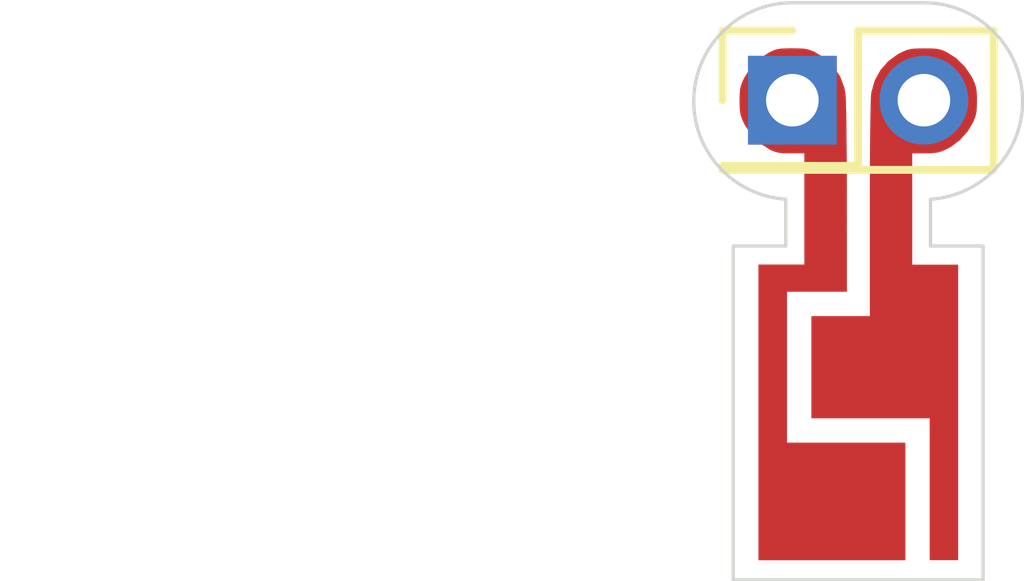
<source format=kicad_pcb>
(kicad_pcb (version 20171130) (host pcbnew "(5.1.10)-1")

  (general
    (thickness 1.6)
    (drawings 16)
    (tracks 0)
    (zones 0)
    (modules 2)
    (nets 3)
  )

  (page A4)
  (layers
    (0 F.Cu signal)
    (31 B.Cu signal hide)
    (32 B.Adhes user hide)
    (33 F.Adhes user hide)
    (34 B.Paste user hide)
    (35 F.Paste user hide)
    (36 B.SilkS user hide)
    (37 F.SilkS user hide)
    (38 B.Mask user hide)
    (39 F.Mask user)
    (40 Dwgs.User user hide)
    (41 Cmts.User user hide)
    (42 Eco1.User user hide)
    (43 Eco2.User user hide)
    (44 Edge.Cuts user)
    (45 Margin user hide)
    (46 B.CrtYd user hide)
    (47 F.CrtYd user hide)
    (48 B.Fab user hide)
    (49 F.Fab user hide)
  )

  (setup
    (last_trace_width 0.25)
    (trace_clearance 0.2)
    (zone_clearance 0.508)
    (zone_45_only no)
    (trace_min 0.2)
    (via_size 0.8)
    (via_drill 0.4)
    (via_min_size 0.4)
    (via_min_drill 0.3)
    (uvia_size 0.3)
    (uvia_drill 0.1)
    (uvias_allowed no)
    (uvia_min_size 0.2)
    (uvia_min_drill 0.1)
    (edge_width 0.05)
    (segment_width 0.2)
    (pcb_text_width 0.3)
    (pcb_text_size 1.5 1.5)
    (mod_edge_width 0.12)
    (mod_text_size 1 1)
    (mod_text_width 0.15)
    (pad_size 1.524 1.524)
    (pad_drill 0.762)
    (pad_to_mask_clearance 0)
    (aux_axis_origin 0 0)
    (visible_elements 7FFFFFFF)
    (pcbplotparams
      (layerselection 0x01080_7fffffff)
      (usegerberextensions false)
      (usegerberattributes true)
      (usegerberadvancedattributes true)
      (creategerberjobfile true)
      (excludeedgelayer true)
      (linewidth 0.100000)
      (plotframeref false)
      (viasonmask false)
      (mode 1)
      (useauxorigin false)
      (hpglpennumber 1)
      (hpglpenspeed 20)
      (hpglpendiameter 15.000000)
      (psnegative false)
      (psa4output false)
      (plotreference true)
      (plotvalue true)
      (plotinvisibletext false)
      (padsonsilk false)
      (subtractmaskfromsilk false)
      (outputformat 1)
      (mirror false)
      (drillshape 0)
      (scaleselection 1)
      (outputdirectory "output/"))
  )

  (net 0 "")
  (net 1 "Net-(J1-Pad1)")
  (net 2 "Net-(J1-Pad2)")

  (net_class Default "This is the default net class."
    (clearance 0.2)
    (trace_width 0.25)
    (via_dia 0.8)
    (via_drill 0.4)
    (uvia_dia 0.3)
    (uvia_drill 0.1)
    (add_net "Net-(J1-Pad1)")
    (add_net "Net-(J1-Pad2)")
  )

  (module SensitivePressure:PressurePrint (layer F.Cu) (tedit 61B8D285) (tstamp 619F1864)
    (at 180.8 119.7)
    (path /619F9066)
    (fp_text reference J2 (at 0.24 -9.24) (layer F.SilkS) hide
      (effects (font (size 1.27 1.27) (thickness 0.15)))
    )
    (fp_text value Conn_01x02 (at 0.41 1.84) (layer F.SilkS) hide
      (effects (font (size 1.27 1.27) (thickness 0.15)))
    )
    (fp_poly (pts (xy -0.896845 -7.78285) (xy -0.820377 -7.777749) (xy -0.760656 -7.766678) (xy -0.704905 -7.747538)
      (xy -0.66046 -7.727772) (xy -0.503931 -7.631867) (xy -0.375041 -7.506011) (xy -0.27743 -7.355124)
      (xy -0.214743 -7.184132) (xy -0.199251 -7.10441) (xy -0.195279 -7.05538) (xy -0.1916 -6.967231)
      (xy -0.188259 -6.843176) (xy -0.185299 -6.686428) (xy -0.182765 -6.500199) (xy -0.180699 -6.287704)
      (xy -0.179146 -6.052154) (xy -0.17815 -5.796764) (xy -0.177753 -5.524747) (xy -0.177753 -5.524542)
      (xy -0.177333 -4.0905) (xy -1.0875 -4.0905) (xy -1.0875 -1.783333) (xy 0.711667 -1.783333)
      (xy 0.711667 -0.005333) (xy -1.510833 -0.005333) (xy -1.510833 -4.492667) (xy -0.812333 -4.492667)
      (xy -0.812383 -6.196583) (xy -1.018733 -6.196881) (xy -1.121056 -6.198472) (xy -1.194784 -6.204524)
      (xy -1.253605 -6.217486) (xy -1.311209 -6.239805) (xy -1.343085 -6.254873) (xy -1.486709 -6.346809)
      (xy -1.613207 -6.470242) (xy -1.712566 -6.614935) (xy -1.731251 -6.651667) (xy -1.762842 -6.722586)
      (xy -1.782277 -6.7826) (xy -1.792435 -6.846636) (xy -1.796197 -6.929624) (xy -1.796583 -6.990333)
      (xy -1.795192 -7.090244) (xy -1.789043 -7.162951) (xy -1.775172 -7.223547) (xy -1.750616 -7.287125)
      (xy -1.729154 -7.333758) (xy -1.631819 -7.491649) (xy -1.50373 -7.623057) (xy -1.350049 -7.722713)
      (xy -1.346088 -7.724671) (xy -1.286308 -7.752017) (xy -1.233105 -7.769445) (xy -1.173857 -7.77914)
      (xy -1.095938 -7.783287) (xy -1.002833 -7.784083) (xy -0.896845 -7.78285)) (layer F.Cu) (width 0.01))
    (fp_poly (pts (xy -0.861739 -7.430573) (xy -0.745173 -7.375591) (xy -0.648387 -7.285819) (xy -0.59007 -7.193284)
      (xy -0.545469 -7.060046) (xy -0.543127 -6.92848) (xy -0.583077 -6.797824) (xy -0.608009 -6.750538)
      (xy -0.687759 -6.654042) (xy -0.793584 -6.583131) (xy -0.915221 -6.541671) (xy -1.042405 -6.533532)
      (xy -1.135581 -6.551725) (xy -1.254009 -6.609092) (xy -1.344757 -6.691094) (xy -1.40784 -6.791117)
      (xy -1.443276 -6.902547) (xy -1.451081 -7.018769) (xy -1.431271 -7.133172) (xy -1.383864 -7.239141)
      (xy -1.308875 -7.330062) (xy -1.206322 -7.399322) (xy -1.133388 -7.427204) (xy -0.99288 -7.448525)
      (xy -0.861739 -7.430573)) (layer Dwgs.User) (width 0.01))
    (fp_poly (pts (xy 1.064534 -7.446215) (xy 1.187004 -7.411262) (xy 1.292115 -7.345998) (xy 1.381246 -7.250044)
      (xy 1.433869 -7.136954) (xy 1.452415 -7.001334) (xy 1.4525 -6.990333) (xy 1.436389 -6.852935)
      (xy 1.386404 -6.738439) (xy 1.300061 -6.641349) (xy 1.29181 -6.634417) (xy 1.176998 -6.565145)
      (xy 1.049595 -6.532078) (xy 0.919334 -6.53702) (xy 0.857401 -6.553869) (xy 0.735805 -6.617851)
      (xy 0.640834 -6.709517) (xy 0.575978 -6.821825) (xy 0.544729 -6.947736) (xy 0.550576 -7.08021)
      (xy 0.566423 -7.140633) (xy 0.626278 -7.258852) (xy 0.713377 -7.350603) (xy 0.82036 -7.413802)
      (xy 0.939865 -7.446367) (xy 1.064534 -7.446215)) (layer Dwgs.User) (width 0.01))
    (fp_poly (pts (xy -0.896845 -7.78285) (xy -0.820377 -7.777749) (xy -0.760656 -7.766678) (xy -0.704905 -7.747538)
      (xy -0.66046 -7.727772) (xy -0.503931 -7.631867) (xy -0.375041 -7.506011) (xy -0.27743 -7.355124)
      (xy -0.214743 -7.184132) (xy -0.199251 -7.10441) (xy -0.195279 -7.05538) (xy -0.1916 -6.967231)
      (xy -0.188259 -6.843176) (xy -0.185299 -6.686428) (xy -0.182765 -6.500199) (xy -0.180699 -6.287704)
      (xy -0.179146 -6.052154) (xy -0.17815 -5.796764) (xy -0.177753 -5.524747) (xy -0.177753 -5.524542)
      (xy -0.177333 -4.0905) (xy -1.0875 -4.0905) (xy -1.0875 -1.783333) (xy 0.711667 -1.783333)
      (xy 0.711667 -0.005333) (xy -1.510833 -0.005333) (xy -1.510833 -4.492667) (xy -0.812333 -4.492667)
      (xy -0.812383 -6.196583) (xy -1.018733 -6.196881) (xy -1.121056 -6.198472) (xy -1.194784 -6.204524)
      (xy -1.253605 -6.217486) (xy -1.311209 -6.239805) (xy -1.343085 -6.254873) (xy -1.486709 -6.346809)
      (xy -1.613207 -6.470242) (xy -1.712566 -6.614935) (xy -1.731251 -6.651667) (xy -1.762842 -6.722586)
      (xy -1.782277 -6.7826) (xy -1.792435 -6.846636) (xy -1.796197 -6.929624) (xy -1.796583 -6.990333)
      (xy -1.795192 -7.090244) (xy -1.789043 -7.162951) (xy -1.775172 -7.223547) (xy -1.750616 -7.287125)
      (xy -1.729154 -7.333758) (xy -1.631819 -7.491649) (xy -1.50373 -7.623057) (xy -1.350049 -7.722713)
      (xy -1.346088 -7.724671) (xy -1.286308 -7.752017) (xy -1.233105 -7.769445) (xy -1.173857 -7.77914)
      (xy -1.095938 -7.783287) (xy -1.002833 -7.784083) (xy -0.896845 -7.78285)) (layer F.Cu) (width 0.01))
    (fp_poly (pts (xy 1.112883 -7.782954) (xy 1.187974 -7.778148) (xy 1.245788 -7.767543) (xy 1.298838 -7.749014)
      (xy 1.347476 -7.726459) (xy 1.489059 -7.63544) (xy 1.614908 -7.512964) (xy 1.714742 -7.369551)
      (xy 1.735715 -7.329) (xy 1.767542 -7.258493) (xy 1.787138 -7.199194) (xy 1.797384 -7.136265)
      (xy 1.801166 -7.054866) (xy 1.801531 -6.990333) (xy 1.799781 -6.888076) (xy 1.79302 -6.813358)
      (xy 1.77859 -6.751451) (xy 1.75383 -6.687627) (xy 1.742297 -6.66225) (xy 1.658009 -6.523535)
      (xy 1.544168 -6.397732) (xy 1.41232 -6.296444) (xy 1.338297 -6.256301) (xy 1.268137 -6.226551)
      (xy 1.205716 -6.208578) (xy 1.135681 -6.19956) (xy 1.042679 -6.196676) (xy 1.013292 -6.196583)
      (xy 0.8175 -6.196583) (xy 0.8175 -4.492667) (xy 1.516 -4.492667) (xy 1.516 -0.005333)
      (xy 1.092667 -0.005333) (xy 1.092667 -2.164333) (xy -0.7065 -2.164333) (xy -0.7065 -3.7095)
      (xy 0.1825 -3.7095) (xy 0.18266 -5.344625) (xy 0.182996 -5.679821) (xy 0.183924 -5.983799)
      (xy 0.185427 -6.255152) (xy 0.187486 -6.492472) (xy 0.190084 -6.694354) (xy 0.193202 -6.859391)
      (xy 0.196824 -6.986175) (xy 0.200932 -7.0733) (xy 0.205026 -7.116622) (xy 0.254293 -7.292758)
      (xy 0.339952 -7.451638) (xy 0.457823 -7.587713) (xy 0.603724 -7.695435) (xy 0.665626 -7.727772)
      (xy 0.726358 -7.753959) (xy 0.78194 -7.770577) (xy 0.845147 -7.779725) (xy 0.928754 -7.783506)
      (xy 1.008 -7.784083) (xy 1.112883 -7.782954)) (layer F.Cu) (width 0.01))
    (fp_poly (pts (xy 1.51638 -0.00508) (xy 1.0922 -0.00508) (xy 1.08966 -2.16154) (xy -0.70612 -2.16408)
      (xy -0.70612 -3.7084) (xy 0.18288 -3.7084) (xy 0.18288 -4.49326) (xy 1.51638 -4.49326)) (layer F.Mask) (width 0.1))
    (fp_poly (pts (xy -0.1778 -4.09194) (xy -1.08712 -4.09194) (xy -1.08712 -1.78308) (xy 0.7112 -1.78308)
      (xy 0.7112 -0.00508) (xy -1.5113 -0.00508) (xy -1.5113 -4.49326) (xy -0.1778 -4.49326)) (layer F.Mask) (width 0.1))
    (pad 2 smd circle (at 1.01 -6.986) (size 1.524 1.524) (layers F.Cu F.Paste F.Mask)
      (net 2 "Net-(J1-Pad2)"))
    (pad 1 smd circle (at -1.02 -6.986) (size 1.524 1.524) (layers F.Cu F.Paste F.Mask)
      (net 1 "Net-(J1-Pad1)"))
  )

  (module Connector_PinHeader_2.00mm:PinHeader_2x01_P2.00mm_Vertical (layer F.Cu) (tedit 59FED667) (tstamp 6160C1D9)
    (at 179.8 112.7)
    (descr "Through hole straight pin header, 2x01, 2.00mm pitch, double rows")
    (tags "Through hole pin header THT 2x01 2.00mm double row")
    (path /6160674E)
    (fp_text reference J1 (at 1 -2.06) (layer F.SilkS)
      (effects (font (size 1 1) (thickness 0.15)))
    )
    (fp_text value Conn_01x02 (at -8.3 -1.2) (layer F.Fab)
      (effects (font (size 1 1) (thickness 0.15)))
    )
    (fp_line (start 3.5 -1.5) (end -1.5 -1.5) (layer F.CrtYd) (width 0.05))
    (fp_line (start 3.5 1.5) (end 3.5 -1.5) (layer F.CrtYd) (width 0.05))
    (fp_line (start -1.5 1.5) (end 3.5 1.5) (layer F.CrtYd) (width 0.05))
    (fp_line (start -1.5 -1.5) (end -1.5 1.5) (layer F.CrtYd) (width 0.05))
    (fp_line (start -1.06 -1.06) (end 0 -1.06) (layer F.SilkS) (width 0.12))
    (fp_line (start -1.06 0) (end -1.06 -1.06) (layer F.SilkS) (width 0.12))
    (fp_line (start 1 -1.06) (end 3.06 -1.06) (layer F.SilkS) (width 0.12))
    (fp_line (start 1 1) (end 1 -1.06) (layer F.SilkS) (width 0.12))
    (fp_line (start -1.06 1) (end 1 1) (layer F.SilkS) (width 0.12))
    (fp_line (start 3.06 -1.06) (end 3.06 1.06) (layer F.SilkS) (width 0.12))
    (fp_line (start -1.06 1) (end -1.06 1.06) (layer F.SilkS) (width 0.12))
    (fp_line (start -1.06 1.06) (end 3.06 1.06) (layer F.SilkS) (width 0.12))
    (fp_line (start -1 0) (end 0 -1) (layer F.Fab) (width 0.1))
    (fp_line (start -1 1) (end -1 0) (layer F.Fab) (width 0.1))
    (fp_line (start 3 1) (end -1 1) (layer F.Fab) (width 0.1))
    (fp_line (start 3 -1) (end 3 1) (layer F.Fab) (width 0.1))
    (fp_line (start 0 -1) (end 3 -1) (layer F.Fab) (width 0.1))
    (fp_text user %R (at -11.2 1.9 90) (layer F.Fab)
      (effects (font (size 1 1) (thickness 0.15)))
    )
    (pad 1 thru_hole rect (at 0 0) (size 1.35 1.35) (drill 0.8) (layers *.Cu *.Mask)
      (net 1 "Net-(J1-Pad1)"))
    (pad 2 thru_hole oval (at 2 0) (size 1.35 1.35) (drill 0.8) (layers *.Cu *.Mask)
      (net 2 "Net-(J1-Pad2)"))
    (model ${KISYS3DMOD}/Connector_PinHeader_2.00mm.3dshapes/PinHeader_2x01_P2.00mm_Vertical.wrl
      (at (xyz 0 0 0))
      (scale (xyz 1 1 1))
      (rotate (xyz 0 0 0))
    )
  )

  (dimension 5.080988 (width 0.15) (layer Dwgs.User)
    (gr_text "5,081 mm" (at 174.3 117.459506 90) (layer Dwgs.User)
      (effects (font (size 1 1) (thickness 0.15)))
    )
    (feature1 (pts (xy 178.9 114.919012) (xy 175.013579 114.919012)))
    (feature2 (pts (xy 178.9 120) (xy 175.013579 120)))
    (crossbar (pts (xy 175.6 120) (xy 175.6 114.919012)))
    (arrow1a (pts (xy 175.6 114.919012) (xy 176.186421 116.045516)))
    (arrow1b (pts (xy 175.6 114.919012) (xy 175.013579 116.045516)))
    (arrow2a (pts (xy 175.6 120) (xy 176.186421 118.873496)))
    (arrow2b (pts (xy 175.6 120) (xy 175.013579 118.873496)))
  )
  (dimension 3.799992 (width 0.15) (layer Dwgs.User)
    (gr_text "3,800 mm" (at 180.799996 126.1) (layer Dwgs.User)
      (effects (font (size 1 1) (thickness 0.15)))
    )
    (feature1 (pts (xy 182.699992 120) (xy 182.699992 125.386421)))
    (feature2 (pts (xy 178.9 120) (xy 178.9 125.386421)))
    (crossbar (pts (xy 178.9 124.8) (xy 182.699992 124.8)))
    (arrow1a (pts (xy 182.699992 124.8) (xy 181.573488 125.386421)))
    (arrow1b (pts (xy 182.699992 124.8) (xy 181.573488 124.213579)))
    (arrow2a (pts (xy 178.9 124.8) (xy 180.026504 125.386421)))
    (arrow2b (pts (xy 178.9 124.8) (xy 180.026504 124.213579)))
  )
  (gr_curve (pts (xy 183.300256 112.717284) (xy 183.300256 111.888892) (xy 182.628708 111.217308) (xy 181.800244 111.217308)) (layer Edge.Cuts) (width 0.05) (tstamp 619E80B1))
  (gr_curve (pts (xy 183.300256 112.71732) (xy 183.300256 112.71732) (xy 183.300256 112.717284) (xy 183.300256 112.717284)) (layer Edge.Cuts) (width 0.05) (tstamp 619E80AE))
  (gr_curve (pts (xy 181.899975 114.207277) (xy 182.681025 114.154995) (xy 183.300256 113.511563) (xy 183.300256 112.71732)) (layer Edge.Cuts) (width 0.05) (tstamp 619E80B4))
  (gr_curve (pts (xy 181.899975 114.919012) (xy 181.899975 114.919012) (xy 181.899975 114.207277) (xy 181.899975 114.207277)) (layer Edge.Cuts) (width 0.05) (tstamp 61644174))
  (gr_curve (pts (xy 182.699992 114.919012) (xy 182.599992 114.919012) (xy 181.899975 114.919012) (xy 181.899975 114.919012)) (layer Edge.Cuts) (width 0.05) (tstamp 61644177))
  (gr_curve (pts (xy 182.699992 120) (xy 182.699992 120) (xy 182.699992 114.919012) (xy 182.699992 114.919012)) (layer Edge.Cuts) (width 0.05) (tstamp 616441E9))
  (gr_curve (pts (xy 178.9 120) (xy 179 120) (xy 182.699992 120) (xy 182.699992 120)) (layer Edge.Cuts) (width 0.05) (tstamp 6164416E))
  (gr_curve (pts (xy 178.9 114.919012) (xy 178.9 114.919012) (xy 178.9 120) (xy 178.9 120)) (layer Edge.Cuts) (width 0.05) (tstamp 61644171))
  (gr_curve (pts (xy 179.699982 114.919012) (xy 179.699982 114.919012) (xy 178.9 114.919012) (xy 178.9 114.919012)) (layer Edge.Cuts) (width 0.05) (tstamp 616441E6))
  (gr_curve (pts (xy 179.699982 114.207206) (xy 179.699982 114.207206) (xy 179.699982 114.919012) (xy 179.699982 114.919012)) (layer Edge.Cuts) (width 0.05) (tstamp 616441BC))
  (gr_curve (pts (xy 178.300266 112.71732) (xy 178.300266 113.511387) (xy 178.919214 114.154713) (xy 179.699982 114.207206)) (layer Edge.Cuts) (width 0.05) (tstamp 616441A1))
  (gr_curve (pts (xy 178.300266 112.717284) (xy 178.300266 112.717284) (xy 178.300266 112.71732) (xy 178.300266 112.71732)) (layer Edge.Cuts) (width 0.05) (tstamp 616441B9))
  (gr_curve (pts (xy 179.800277 111.217308) (xy 178.971813 111.217308) (xy 178.300266 111.888892) (xy 178.300266 112.717284)) (layer Edge.Cuts) (width 0.05) (tstamp 616441CB))
  (gr_curve (pts (xy 181.800244 111.217308) (xy 181.800244 111.217308) (xy 179.800277 111.217308) (xy 179.800277 111.217308)) (layer Edge.Cuts) (width 0.05) (tstamp 616441C8))

)

</source>
